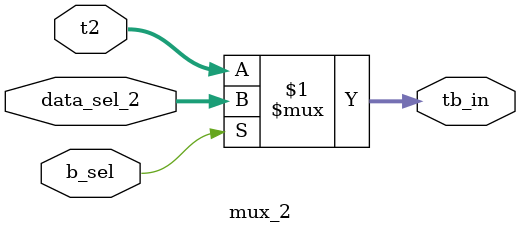
<source format=v>
module mux_2(
input [6:0] data_sel_2,
input  [6:0] t2,
input b_sel,
output [6:0] tb_in
    );
    
    assign tb_in = b_sel ? data_sel_2 : t2;
    
endmodule

</source>
